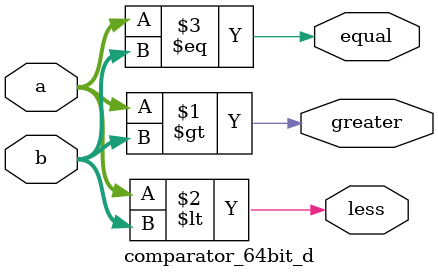
<source format=v>
module comparator_64bit_d(
    input wire [63:0] a,
    input wire [63:0] b,
    output greater,
    output less,
    output equal
);

    assign greater = (a > b);
    assign less    = (a < b);
    assign equal  = (a == b);    

endmodule


</source>
